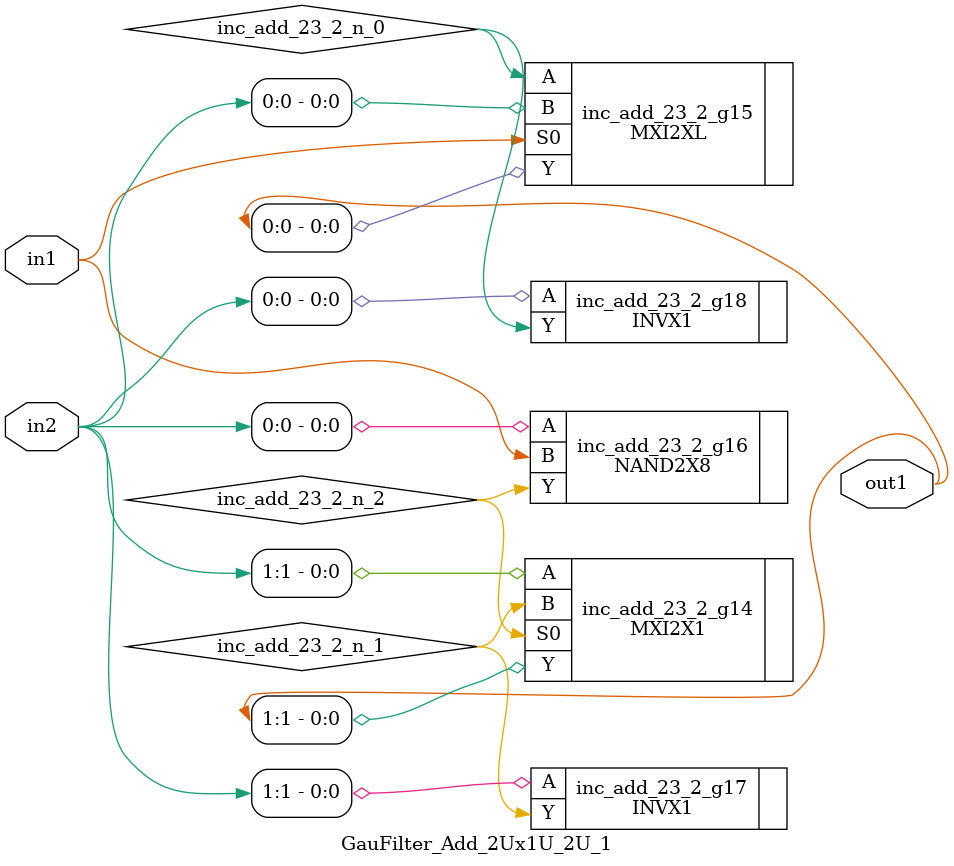
<source format=v>
`timescale 1ps / 1ps


module GauFilter_Add_2Ux1U_2U_1(in2, in1, out1);
  input [1:0] in2;
  input in1;
  output [1:0] out1;
  wire [1:0] in2;
  wire in1;
  wire [1:0] out1;
  wire inc_add_23_2_n_0, inc_add_23_2_n_1, inc_add_23_2_n_2;
  MXI2X1 inc_add_23_2_g14(.A (in2[1]), .B (inc_add_23_2_n_1), .S0
       (inc_add_23_2_n_2), .Y (out1[1]));
  MXI2XL inc_add_23_2_g15(.A (inc_add_23_2_n_0), .B (in2[0]), .S0
       (in1), .Y (out1[0]));
  NAND2X8 inc_add_23_2_g16(.A (in2[0]), .B (in1), .Y
       (inc_add_23_2_n_2));
  INVX1 inc_add_23_2_g17(.A (in2[1]), .Y (inc_add_23_2_n_1));
  INVX1 inc_add_23_2_g18(.A (in2[0]), .Y (inc_add_23_2_n_0));
endmodule


</source>
